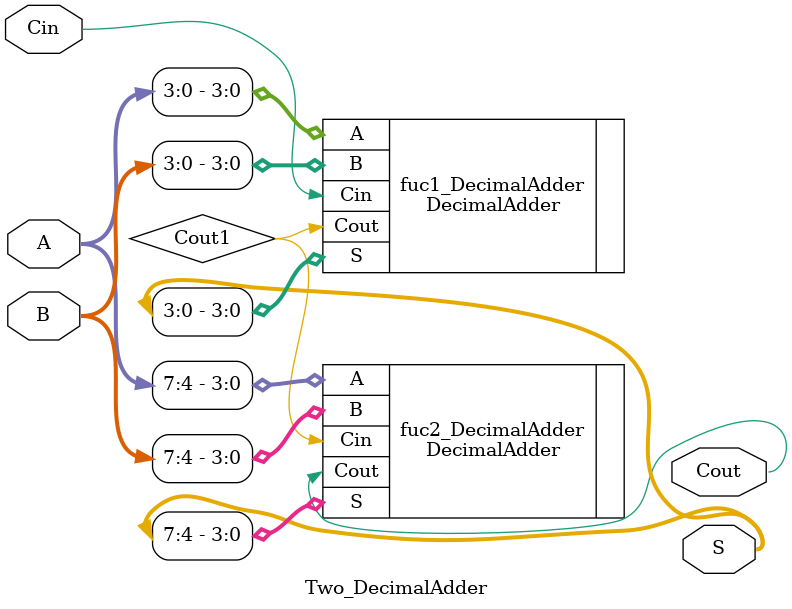
<source format=v>
`timescale 1ns/1ps
module Two_DecimalAdder(
	input [7:0]A,
	input [7:0]B,
	input Cin,
	output [7:0]S,
	output Cout
	);
	
	wire Cout1;
	
	DecimalAdder fuc1_DecimalAdder(.A(A[3:0]),.B(B[3:0]),.Cin(Cin),.S(S[3:0]),.Cout(Cout1));
	DecimalAdder fuc2_DecimalAdder(.A(A[7:4]),.B(B[7:4]),.Cin(Cout1),.S(S[7:4]),.Cout(Cout));
	endmodule

</source>
